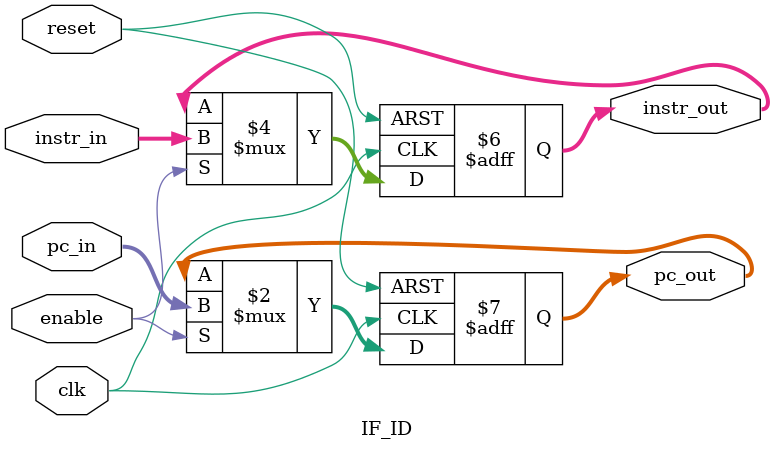
<source format=v>

`timescale 1ns / 1ns

module IF_ID (
    input clk,
    input reset,
    input enable,
    input [31:0] instr_in,
    input [31:0] pc_in,
    output reg [31:0] instr_out,
    output reg [31:0] pc_out
);

    always @(posedge clk or posedge reset) begin
        if (reset) begin
            instr_out <= 32'b0;
            pc_out <= 32'b0;
        end else if (enable) begin
            instr_out <= instr_in;
            pc_out <= pc_in;
        end
    end
endmodule

</source>
